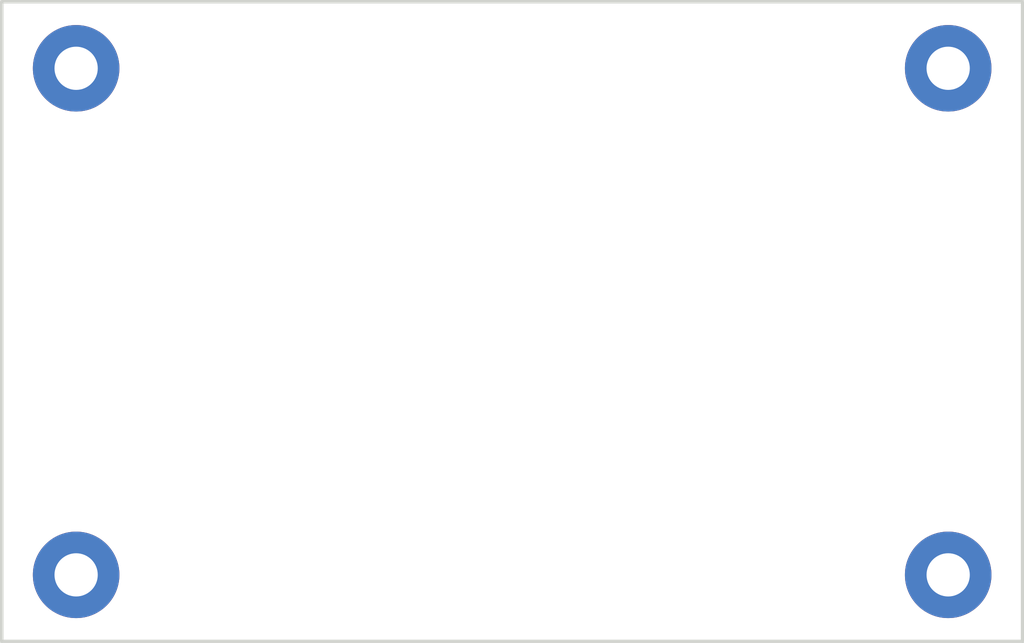
<source format=kicad_pcb>
(kicad_pcb (version 20171130) (host pcbnew 5.0.0)

  (general
    (thickness 1.6)
    (drawings 4)
    (tracks 0)
    (zones 0)
    (modules 4)
    (nets 1)
  )

  (page A4)
  (layers
    (0 F.Cu signal)
    (31 B.Cu signal)
    (32 B.Adhes user)
    (33 F.Adhes user)
    (34 B.Paste user)
    (35 F.Paste user)
    (36 B.SilkS user)
    (37 F.SilkS user)
    (38 B.Mask user)
    (39 F.Mask user)
    (40 Dwgs.User user)
    (41 Cmts.User user)
    (42 Eco1.User user)
    (43 Eco2.User user)
    (44 Edge.Cuts user)
    (45 Margin user)
    (46 B.CrtYd user)
    (47 F.CrtYd user)
    (48 B.Fab user)
    (49 F.Fab user)
  )

  (setup
    (last_trace_width 0.25)
    (trace_clearance 0.2)
    (zone_clearance 0.508)
    (zone_45_only no)
    (trace_min 0.2)
    (segment_width 0.2)
    (edge_width 0.2)
    (via_size 0.8)
    (via_drill 0.4)
    (via_min_size 0.4)
    (via_min_drill 0.3)
    (uvia_size 0.3)
    (uvia_drill 0.1)
    (uvias_allowed no)
    (uvia_min_size 0.2)
    (uvia_min_drill 0.1)
    (pcb_text_width 0.3)
    (pcb_text_size 1.5 1.5)
    (mod_edge_width 0.15)
    (mod_text_size 1 1)
    (mod_text_width 0.15)
    (pad_size 5 5)
    (pad_drill 2.5)
    (pad_to_mask_clearance 0.2)
    (aux_axis_origin 0 0)
    (visible_elements FFFFFF7F)
    (pcbplotparams
      (layerselection 0x010fc_ffffffff)
      (usegerberextensions false)
      (usegerberattributes false)
      (usegerberadvancedattributes false)
      (creategerberjobfile false)
      (excludeedgelayer true)
      (linewidth 0.100000)
      (plotframeref false)
      (viasonmask false)
      (mode 1)
      (useauxorigin false)
      (hpglpennumber 1)
      (hpglpenspeed 20)
      (hpglpendiameter 15.000000)
      (psnegative false)
      (psa4output false)
      (plotreference true)
      (plotvalue true)
      (plotinvisibletext false)
      (padsonsilk false)
      (subtractmaskfromsilk false)
      (outputformat 1)
      (mirror false)
      (drillshape 1)
      (scaleselection 1)
      (outputdirectory ""))
  )

  (net 0 "")

  (net_class Default "This is the default net class."
    (clearance 0.2)
    (trace_width 0.25)
    (via_dia 0.8)
    (via_drill 0.4)
    (uvia_dia 0.3)
    (uvia_drill 0.1)
  )

  (module MountingHole:MountingHole_2.5mm_Pad (layer F.Cu) (tedit 5B5CB0D8) (tstamp 5B5CB15D)
    (at 126.22 85.13)
    (descr "Mounting Hole 2.5mm")
    (tags "mounting hole 2.5mm")
    (attr virtual)
    (fp_text reference REF** (at 0 -3.5) (layer F.SilkS) hide
      (effects (font (size 1 1) (thickness 0.15)))
    )
    (fp_text value MountingHole_2.5mm_Pad (at 0 3.5) (layer F.Fab) hide
      (effects (font (size 1 1) (thickness 0.15)))
    )
    (fp_text user %R (at 0.3 0) (layer F.Fab)
      (effects (font (size 1 1) (thickness 0.15)))
    )
    (fp_circle (center 0 0) (end 2.5 0) (layer Cmts.User) (width 0.15))
    (fp_circle (center 0 0) (end 2.75 0) (layer F.CrtYd) (width 0.05))
    (pad 1 thru_hole circle (at 0 0) (size 5 5) (drill 2.5) (layers *.Cu *.Mask))
  )

  (module MountingHole:MountingHole_2.5mm_Pad (layer F.Cu) (tedit 5B5CB0DB) (tstamp 5B5CB258)
    (at 176.62 85.13)
    (descr "Mounting Hole 2.5mm")
    (tags "mounting hole 2.5mm")
    (attr virtual)
    (fp_text reference REF** (at 0 -3.5) (layer F.SilkS) hide
      (effects (font (size 1 1) (thickness 0.15)))
    )
    (fp_text value MountingHole_2.5mm_Pad (at 0 3.5) (layer F.Fab) hide
      (effects (font (size 1 1) (thickness 0.15)))
    )
    (fp_text user %R (at 0.3 0) (layer F.Fab)
      (effects (font (size 1 1) (thickness 0.15)))
    )
    (fp_circle (center 0 0) (end 2.5 0) (layer Cmts.User) (width 0.15))
    (fp_circle (center 0 0) (end 2.75 0) (layer F.CrtYd) (width 0.05))
    (pad 1 thru_hole circle (at 0 0) (size 5 5) (drill 2.5) (layers *.Cu *.Mask))
  )

  (module MountingHole:MountingHole_2.5mm_Pad (layer F.Cu) (tedit 5B5CB0E3) (tstamp 5B5CB277)
    (at 126.22 114.43)
    (descr "Mounting Hole 2.5mm")
    (tags "mounting hole 2.5mm")
    (attr virtual)
    (fp_text reference REF** (at 0 -3.5) (layer F.SilkS) hide
      (effects (font (size 1 1) (thickness 0.15)))
    )
    (fp_text value MountingHole_2.5mm_Pad (at 0 3.5) (layer F.Fab) hide
      (effects (font (size 1 1) (thickness 0.15)))
    )
    (fp_text user %R (at 0.3 0) (layer F.Fab)
      (effects (font (size 1 1) (thickness 0.15)))
    )
    (fp_circle (center 0 0) (end 2.5 0) (layer Cmts.User) (width 0.15))
    (fp_circle (center 0 0) (end 2.75 0) (layer F.CrtYd) (width 0.05))
    (pad 1 thru_hole circle (at 0 0) (size 5 5) (drill 2.5) (layers *.Cu *.Mask))
  )

  (module MountingHole:MountingHole_2.5mm_Pad (layer F.Cu) (tedit 5B5CB0DF) (tstamp 5B5CB29E)
    (at 176.62 114.43)
    (descr "Mounting Hole 2.5mm")
    (tags "mounting hole 2.5mm")
    (attr virtual)
    (fp_text reference REF** (at 0 -3.5) (layer F.SilkS) hide
      (effects (font (size 1 1) (thickness 0.15)))
    )
    (fp_text value MountingHole_2.5mm_Pad (at 0 3.5) (layer F.Fab) hide
      (effects (font (size 1 1) (thickness 0.15)))
    )
    (fp_text user %R (at 0.3 0) (layer F.Fab)
      (effects (font (size 1 1) (thickness 0.15)))
    )
    (fp_circle (center 0 0) (end 2.5 0) (layer Cmts.User) (width 0.15))
    (fp_circle (center 0 0) (end 2.75 0) (layer F.CrtYd) (width 0.05))
    (pad 1 thru_hole circle (at 0 0) (size 5 5) (drill 2.5) (layers *.Cu *.Mask))
  )

  (gr_line (start 121.92 118.28) (end 121.92 81.28) (layer Edge.Cuts) (width 0.2) (tstamp 5B5CB14E))
  (gr_line (start 180.92 118.28) (end 121.92 118.28) (layer Edge.Cuts) (width 0.2) (tstamp 5B5CB14B))
  (gr_line (start 180.92 81.28) (end 180.92 118.28) (layer Edge.Cuts) (width 0.2) (tstamp 5B5CB154))
  (gr_line (start 121.92 81.28) (end 180.92 81.28) (layer Edge.Cuts) (width 0.2) (tstamp 5B5CB151))

)

</source>
